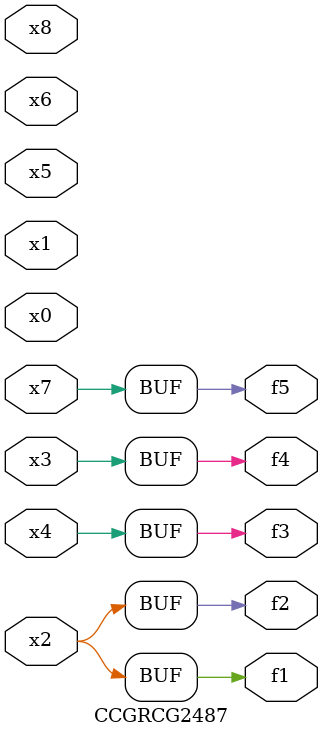
<source format=v>
module CCGRCG2487(
	input x0, x1, x2, x3, x4, x5, x6, x7, x8,
	output f1, f2, f3, f4, f5
);
	assign f1 = x2;
	assign f2 = x2;
	assign f3 = x4;
	assign f4 = x3;
	assign f5 = x7;
endmodule

</source>
